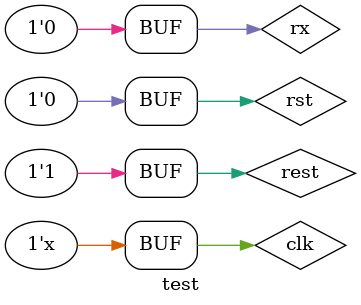
<source format=v>
`timescale 1ns / 1ps

module test();
parameter CLKPERIOD=13020;
    reg clk;
    reg rst;
    reg rest;
    reg rx;
    wire tx;
    wire pwm_out;
    wire[3:0] led;
    wire N;

always #4 clk=~clk;

initial 
    begin
        # 50 rst<=1;
        #100 rst<=0;
        # 50 rest<=0;
        #100 rest<=1;
         clk<=0;
          #(CLKPERIOD*49) rx = 0;
          #(CLKPERIOD*8) rx = 0;
          #(CLKPERIOD*8) rx = 1;
          #(CLKPERIOD*8) rx = 1;
          #(CLKPERIOD*8) rx = 0;
          #(CLKPERIOD*8) rx = 0;
          #(CLKPERIOD*8) rx = 0;
          #(CLKPERIOD*8) rx = 1;
          #(CLKPERIOD*8) rx = 0;
          #(CLKPERIOD*8) rx = 0;
    end
    
    top istest(
        .clk_125M(clk),
        .rst(rst),
        .rest(rest),
        .rs232_rx(rx),
        .rs232_tx(tx),
        .pwm(pwm_out),
        .ledx(led),
        .N(N)
    );

endmodule

</source>
